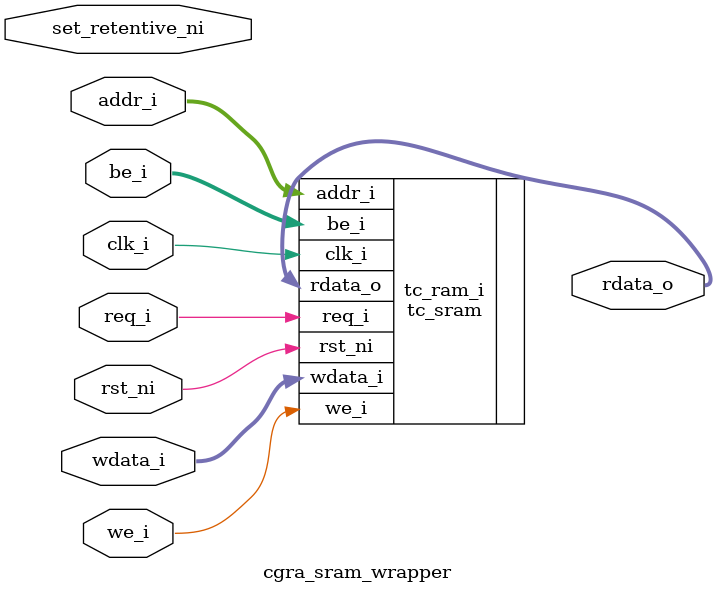
<source format=sv>

module cgra_sram_wrapper #(
    parameter int unsigned NumWords = 32'd1024,  // Number of Words in data array
    parameter int unsigned DataWidth = 32'd32,  // Data signal width
    // DEPENDENT PARAMETERS, DO NOT OVERWRITE!
    parameter int unsigned AddrWidth = (NumWords > 32'd1) ? $clog2(NumWords) : 32'd1
) (
    input  logic                 clk_i,    // Clock
    input  logic                 rst_ni,   // Asynchronous reset active low
    // input ports
    input  logic                 req_i,    // request
    input  logic                 we_i,     // write enable
    input  logic [AddrWidth-1:0] addr_i,   // request address
    input  logic [         31:0] wdata_i,  // write data
    input  logic [          3:0] be_i,     // write byte enable
    input  logic                 set_retentive_ni,
    // output ports
    output logic [         31:0] rdata_o   // read data
);

  tc_sram #(
      .NumWords (NumWords),
      .DataWidth(DataWidth),
      .NumPorts (32'd1)
  ) tc_ram_i (
      .clk_i  (clk_i),
      .rst_ni (rst_ni),
      .req_i  (req_i),
      .we_i   (we_i),
      .addr_i (addr_i),
      .wdata_i(wdata_i),
      .be_i   (be_i),
      // output ports
      .rdata_o(rdata_o)
  );


endmodule

</source>
